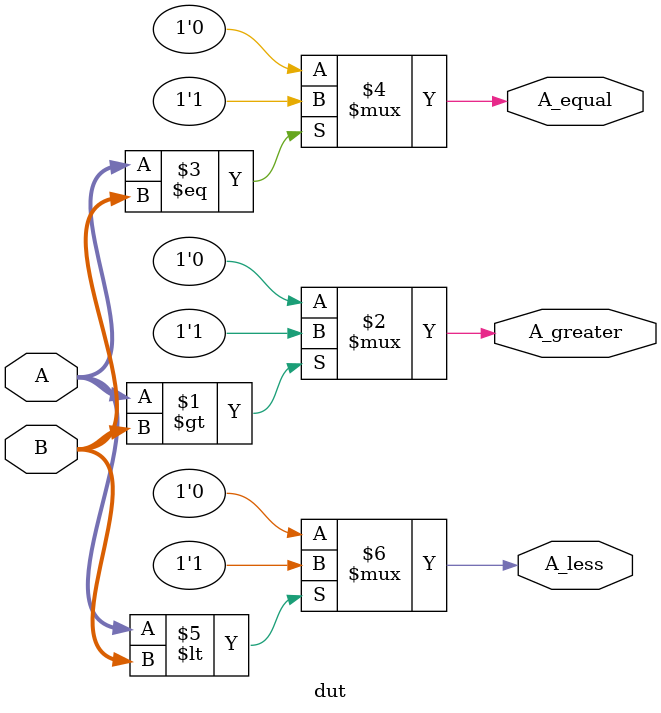
<source format=v>


module dut
(
  input [2:0] A,
  input [2:0] B,
  output A_greater,
  output A_equal,
  output A_less
);

  assign A_greater = (A > B)? 1'b1 : 1'b0;
  assign A_equal = (A == B)? 1'b1 : 1'b0;
  assign A_less = (A < B)? 1'b1 : 1'b0;

endmodule


</source>
